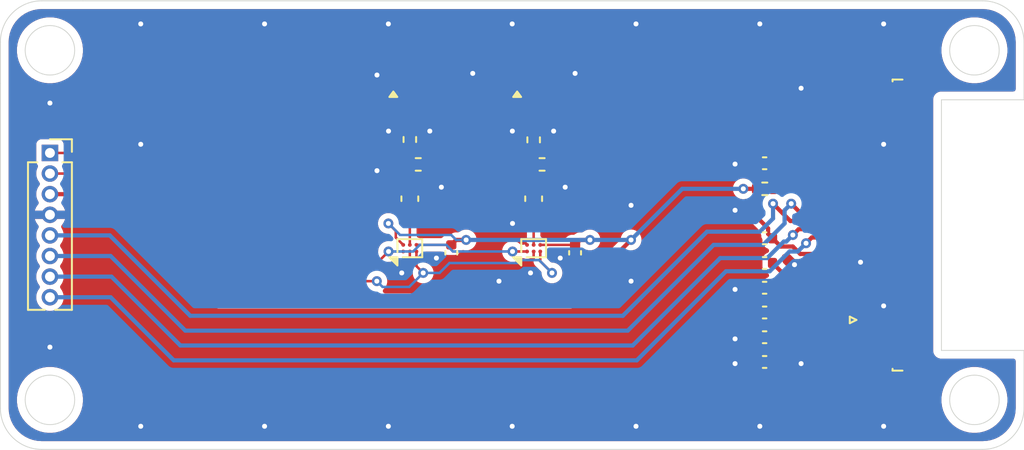
<source format=kicad_pcb>
(kicad_pcb (version 20241229) (generator "pcbnew") (generator_version "9.0")
  (layers (0 "F.Cu" signal) (2 "B.Cu" signal) (13 "F.Paste" user) (15 "B.Paste" user) (5 "F.SilkS" user "F.Silkscreen") (7 "B.SilkS" user "B.Silkscreen") (1 "F.Mask" user) (3 "B.Mask" user) (25 "Edge.Cuts" user))
  (net 0 "")
  (net 1 "GND")
  (net 2 "Net-(J1-Pin_1)")
  (net 3 "Net-(J1-Pin_3)")
  (net 4 "Net-(J1-Pin_4)")
  (net 5 "Net-(J1-Pin_5)")
  (net 6 "Net-(J1-Pin_20)")
  (net 7 "Net-(J1-Pin_7)")
  (net 8 "+3V3")
  (net 9 "/AFE/LCD_CLK")
  (net 10 "/AFE/LCD_CS")
  (net 16 "/AFE/LCD_DAT")
  (net 18 "/AFE/LCD_RES")
  (net 22 "/AFE/LCD_DC")
  (net 24 "/AFE/AUD_CLK")
  (net 25 "/AFE/AUD_DAT")
  (net 26 "Net-(J3-In)")
  (net 27 "Net-(J4-In)")
  (net 28 "Net-(U3-AIN)")
  (net 29 "Net-(U4-AIN)")
  (net 30 "Net-(C10-Pad1)")
  (net 31 "Net-(C11-Pad1)")
  (footprint "Resistor_SMD:R_0402_1005Metric" (layer "F.Cu") (at 95.9 53.5 180)
    (property "Reference" "R1" (hide yes))
    (property "Value" "10kΩ" (hide yes))
    (fp_line (start -0.153641 0.38) (end 0.153641 0.38) (stroke (width 0.12)) (layer "F.SilkS"))
    (fp_line (start -0.153641 -0.38) (end 0.153641 -0.38) (stroke (width 0.12)) (layer "F.SilkS"))
    (pad "1" smd roundrect (at -0.51 0 180) (size 0.54 0.64) (layers "F.Cu" "F.Mask" "F.Paste") (net 18 "/AFE/LCD_RES"))
    (pad "2" smd roundrect (at 0.51 0 180) (size 0.54 0.64) (layers "F.Cu" "F.Mask" "F.Paste") (net 8 "+3V3"))
  )
  (footprint "Capacitor_SMD:C_0402_1005Metric" (layer "F.Cu") (at 95.89 59.5 180)
    (property "Reference" "C4" (hide yes))
    (property "Value" "1uF" (hide yes))
    (fp_line (start -0.107836 0.36) (end 0.107836 0.36) (stroke (width 0.12)) (layer "F.SilkS"))
    (fp_line (start -0.107836 -0.36) (end 0.107836 -0.36) (stroke (width 0.12)) (layer "F.SilkS"))
    (pad "1" smd roundrect (at -0.48 0 180) (size 0.56 0.62) (layers "F.Cu" "F.Mask" "F.Paste") (net 5 "Net-(J1-Pin_5)"))
    (pad "2" smd roundrect (at 0.48 0 180) (size 0.56 0.62) (layers "F.Cu" "F.Mask" "F.Paste") (net 1 "GND"))
  )
  (footprint "Resistor_SMD:R_0402_1005Metric" (layer "F.Cu") (at 74.4 50.51 -90)
    (property "Reference" "R6" (hide yes))
    (property "Value" "100Ω" (hide yes))
    (fp_line (start -0.153641 0.38) (end 0.153641 0.38) (stroke (width 0.12)) (layer "F.SilkS"))
    (fp_line (start -0.153641 -0.38) (end 0.153641 -0.38) (stroke (width 0.12)) (layer "F.SilkS"))
    (pad "1" smd roundrect (at -0.51 0 270) (size 0.54 0.64) (layers "F.Cu" "F.Mask" "F.Paste") (net 26 "Net-(J3-In)"))
    (pad "2" smd roundrect (at 0.51 0 270) (size 0.54 0.64) (layers "F.Cu" "F.Mask" "F.Paste") (net 30 "Net-(C10-Pad1)"))
  )
  (footprint "Capacitor_SMD:C_0402_1005Metric" (layer "F.Cu") (at 95.89 61 180)
    (property "Reference" "C3" (hide yes))
    (property "Value" "1uF" (hide yes))
    (fp_line (start -0.107836 0.36) (end 0.107836 0.36) (stroke (width 0.12)) (layer "F.SilkS"))
    (fp_line (start -0.107836 -0.36) (end 0.107836 -0.36) (stroke (width 0.12)) (layer "F.SilkS"))
    (pad "1" smd roundrect (at -0.48 0 180) (size 0.56 0.62) (layers "F.Cu" "F.Mask" "F.Paste") (net 4 "Net-(J1-Pin_4)"))
    (pad "2" smd roundrect (at 0.48 0 180) (size 0.56 0.62) (layers "F.Cu" "F.Mask" "F.Paste") (net 1 "GND"))
  )
  (footprint "Capacitor_SMD:C_0402_1005Metric" (layer "F.Cu") (at 84.41 57.38 90)
    (property "Reference" "C9" (hide yes))
    (property "Value" "1uF" (hide yes))
    (fp_line (start -0.107836 -0.36) (end 0.107836 -0.36) (stroke (width 0.12)) (layer "F.SilkS"))
    (fp_line (start -0.107836 0.36) (end 0.107836 0.36) (stroke (width 0.12)) (layer "F.SilkS"))
    (pad "1" smd roundrect (at -0.48 0 90) (size 0.56 0.62) (layers "F.Cu" "F.Mask" "F.Paste") (net 1 "GND"))
    (pad "2" smd roundrect (at 0.48 0 90) (size 0.56 0.62) (layers "F.Cu" "F.Mask" "F.Paste") (net 8 "+3V3"))
  )
  (footprint "Resistor_SMD:R_0402_1005Metric" (layer "F.Cu") (at 82.41 52.02)
    (property "Reference" "RV2" (hide yes))
    (property "Value" "Varistor" (hide yes))
    (fp_line (start -0.153641 -0.38) (end 0.153641 -0.38) (stroke (width 0.12)) (layer "F.SilkS"))
    (fp_line (start -0.153641 0.38) (end 0.153641 0.38) (stroke (width 0.12)) (layer "F.SilkS"))
    (pad "1" smd roundrect (at -0.51 0) (size 0.54 0.64) (layers "F.Cu" "F.Mask" "F.Paste") (net 31 "Net-(C11-Pad1)"))
    (pad "2" smd roundrect (at 0.51 0) (size 0.54 0.64) (layers "F.Cu" "F.Mask" "F.Paste") (net 1 "GND"))
  )
  (footprint "Capacitor_SMD:C_0603_1608Metric" (layer "F.Cu") (at 74.4 54.1 -90)
    (property "Reference" "C10" (hide yes))
    (property "Value" "2.2nF" (hide yes))
    (fp_line (start -0.14058 0.51) (end 0.14058 0.51) (stroke (width 0.12)) (layer "F.SilkS"))
    (fp_line (start -0.14058 -0.51) (end 0.14058 -0.51) (stroke (width 0.12)) (layer "F.SilkS"))
    (pad "1" smd roundrect (at -0.775 0 270) (size 0.9 0.95) (layers "F.Cu" "F.Mask" "F.Paste") (net 30 "Net-(C10-Pad1)"))
    (pad "2" smd roundrect (at 0.775 0 270) (size 0.9 0.95) (layers "F.Cu" "F.Mask" "F.Paste") (net 28 "Net-(U3-AIN)"))
  )
  (footprint "Package_BGA:Texas_DSBGA-6_0.855x1.255mm_Layout2x3_P0.4mm_LevelC" (layer "F.Cu") (at 74.4 57.1 90)
    (property "Reference" "U3" (hide yes))
    (property "Value" "FAN3852" (hide yes))
    (fp_line (start 0.55 -0.75) (end -0.23 -0.75) (stroke (width 0.12)) (layer "F.SilkS"))
    (fp_line (start 0.55 -0.75) (end 0.55 0.75) (stroke (width 0.12)) (layer "F.SilkS"))
    (fp_line (start 0.55 0.75) (end -0.55 0.75) (stroke (width 0.12)) (layer "F.SilkS"))
    (fp_line (start -0.55 0.75) (end -0.55 -0.43) (stroke (width 0.12)) (layer "F.SilkS"))
    (fp_poly (pts (xy -0.55 -0.75) (xy -1.05 -0.75) (xy -0.55 -1.25) (xy -0.55 -0.75)) (stroke (width 0.12)) (fill yes) (layer "F.SilkS"))
    (pad "A1" smd circle (at -0.2 -0.4 90) (size 0.23 0.23) (property pad_prop_bga) (layers "F.Cu" "F.Mask") (net 24 "/AFE/AUD_CLK"))
    (pad "A2" smd circle (at 0.2 -0.4 90) (size 0.23 0.23) (property pad_prop_bga) (layers "F.Cu" "F.Mask") (net 8 "+3V3"))
    (pad "B1" smd circle (at -0.2 0 90) (size 0.23 0.23) (property pad_prop_bga) (layers "F.Cu" "F.Mask") (net 1 "GND"))
    (pad "B2" smd circle (at 0.2 0 90) (size 0.23 0.23) (property pad_prop_bga) (layers "F.Cu" "F.Mask") (net 28 "Net-(U3-AIN)"))
    (pad "C1" smd circle (at -0.2 0.4 90) (size 0.23 0.23) (property pad_prop_bga) (layers "F.Cu" "F.Mask") (net 25 "/AFE/AUD_DAT"))
    (pad "C2" smd circle (at 0.2 0.4 90) (size 0.23 0.23) (property pad_prop_bga) (layers "F.Cu" "F.Mask") (net 8 "+3V3"))
  )
  (footprint "Capacitor_SMD:C_0402_1005Metric" (layer "F.Cu") (at 95.89 62.5 180)
    (property "Reference" "C2" (hide yes))
    (property "Value" "1uF" (hide yes))
    (fp_line (start -0.107836 0.36) (end 0.107836 0.36) (stroke (width 0.12)) (layer "F.SilkS"))
    (fp_line (start -0.107836 -0.36) (end 0.107836 -0.36) (stroke (width 0.12)) (layer "F.SilkS"))
    (pad "1" smd roundrect (at -0.48 0 180) (size 0.56 0.62) (layers "F.Cu" "F.Mask" "F.Paste") (net 3 "Net-(J1-Pin_3)"))
    (pad "2" smd roundrect (at 0.48 0 180) (size 0.56 0.62) (layers "F.Cu" "F.Mask" "F.Paste") (net 1 "GND"))
  )
  (footprint "User:IPEX_20449-001E-03" (layer "F.Cu") (at 81.9 46.4)
    (property "Reference" "J4" (hide yes))
    (property "Value" "Conn_Coaxial" (hide yes))
    (fp_poly (pts (xy -1 1.2) (xy -0.76 1.53) (xy -1.24 1.53) (xy -1 1.2)) (stroke (width 0.12)) (fill yes) (layer "F.SilkS"))
    (pad "1" smd rect (at 0 0.975) (size 0.6 0.55) (layers "F.Cu" "F.Mask" "F.Paste") (net 27 "Net-(J4-In)"))
    (pad "2" smd custom (at -1 0) (size 0.5 1.58) (layers "F.Cu" "F.Mask" "F.Paste") (net 1 "GND") (options (clearance outline) (anchor rect)) (primitives (gr_poly (pts (xy 0.25 -0.79) (xy 0.33 -0.79) (xy 0.33 -0.27) (xy 0.25 -0.19) (xy 0.25 0.19) (xy 0.33 0.27) (xy 0.33 0.79) (xy 0.25 0.79)) (width 0.001) (fill yes))))
    (pad "2" smd rect (at 0 -1) (size 0.5 0.5) (layers "F.Cu" "F.Mask" "F.Paste") (net 1 "GND"))
    (pad "2" smd custom (at 1 0) (size 0.5 1.58) (layers "F.Cu" "F.Mask" "F.Paste") (net 1 "GND") (options (clearance outline) (anchor rect)) (primitives (gr_poly (pts (xy -0.25 0.79) (xy -0.33 0.79) (xy -0.33 0.27) (xy -0.25 0.19) (xy -0.25 -0.19) (xy -0.33 -0.27) (xy -0.33 -0.79) (xy -0.25 -0.79)) (width 0.001) (fill yes))))
    (zone (net 0) (net_name "") (layer "F.Cu") (connect_pads (clearance 0)) (min_thickness 0.001)
      (keepout (tracks not_allowed) (vias not_allowed) (pads not_allowed) (copperpour not_allowed) (footprints allowed))
      (fill (thermal_gap 0.508) (thermal_bridge_width 0.508))
      (polygon (pts (xy 81.23 46.67) (xy 81.15 46.59) (xy 81.15 46.21) (xy 81.23 46.13) (xy 81.23 45.61) (xy 81.65 45.61) (xy 81.65 45.65) (xy 82.15 45.65) (xy 82.15 45.61) (xy 82.57 45.61) (xy 82.57 46.13) (xy 82.65 46.21) (xy 82.65 46.59) (xy 82.57 46.67) (xy 82.57 47.19) (xy 82.2 47.19) (xy 82.2 47.1) (xy 81.6 47.1) (xy 81.6 47.19) (xy 81.23 47.19)))
    )
  )
  (footprint "Capacitor_SMD:C_0402_1005Metric" (layer "F.Cu") (at 95.89 58 180)
    (property "Reference" "C6" (hide yes))
    (property "Value" "1uF" (hide yes))
    (fp_line (start -0.107836 0.36) (end 0.107836 0.36) (stroke (width 0.12)) (layer "F.SilkS"))
    (fp_line (start -0.107836 -0.36) (end 0.107836 -0.36) (stroke (width 0.12)) (layer "F.SilkS"))
    (pad "1" smd roundrect (at -0.48 0 180) (size 0.56 0.62) (layers "F.Cu" "F.Mask" "F.Paste") (net 7 "Net-(J1-Pin_7)"))
    (pad "2" smd roundrect (at 0.48 0 180) (size 0.56 0.62) (layers "F.Cu" "F.Mask" "F.Paste") (net 1 "GND"))
  )
  (footprint "Capacitor_SMD:C_0402_1005Metric" (layer "F.Cu") (at 76.91 57.38 90)
    (property "Reference" "C8" (hide yes))
    (property "Value" "1uF" (hide yes))
    (fp_line (start -0.107836 -0.36) (end 0.107836 -0.36) (stroke (width 0.12)) (layer "F.SilkS"))
    (fp_line (start -0.107836 0.36) (end 0.107836 0.36) (stroke (width 0.12)) (layer "F.SilkS"))
    (pad "1" smd roundrect (at -0.48 0 90) (size 0.56 0.62) (layers "F.Cu" "F.Mask" "F.Paste") (net 1 "GND"))
    (pad "2" smd roundrect (at 0.48 0 90) (size 0.56 0.62) (layers "F.Cu" "F.Mask" "F.Paste") (net 8 "+3V3"))
  )
  (footprint "Capacitor_SMD:C_0402_1005Metric" (layer "F.Cu") (at 95.89 56.5)
    (property "Reference" "C7" (hide yes))
    (property "Value" "1uF" (hide yes))
    (fp_line (start -0.107836 -0.36) (end 0.107836 -0.36) (stroke (width 0.12)) (layer "F.SilkS"))
    (fp_line (start -0.107836 0.36) (end 0.107836 0.36) (stroke (width 0.12)) (layer "F.SilkS"))
    (pad "1" smd roundrect (at -0.48 0) (size 0.56 0.62) (layers "F.Cu" "F.Mask" "F.Paste") (net 1 "GND"))
    (pad "2" smd roundrect (at 0.48 0) (size 0.56 0.62) (layers "F.Cu" "F.Mask" "F.Paste") (net 8 "+3V3"))
  )
  (footprint "Capacitor_SMD:C_0603_1608Metric" (layer "F.Cu") (at 81.9 54.1 -90)
    (property "Reference" "C11" (hide yes))
    (property "Value" "2.2nF" (hide yes))
    (fp_line (start -0.14058 0.51) (end 0.14058 0.51) (stroke (width 0.12)) (layer "F.SilkS"))
    (fp_line (start -0.14058 -0.51) (end 0.14058 -0.51) (stroke (width 0.12)) (layer "F.SilkS"))
    (pad "1" smd roundrect (at -0.775 0 270) (size 0.9 0.95) (layers "F.Cu" "F.Mask" "F.Paste") (net 31 "Net-(C11-Pad1)"))
    (pad "2" smd roundrect (at 0.775 0 270) (size 0.9 0.95) (layers "F.Cu" "F.Mask" "F.Paste") (net 29 "Net-(U4-AIN)"))
  )
  (footprint "User:TE_2-1734839-4_1x24-1MP_P0.5mm_Horizontal" (layer "F.Cu") (at 101.6 55.7 90)
    (property "Reference" "J1" (hide yes))
    (property "Value" "Conn_01x24_Pin" (hide yes))
    (fp_line (start -5.55 -0.55) (end -5.95 -0.55) (stroke (width 0.12)) (layer "F.SilkS"))
    (fp_line (start -5.95 -0.55) (end -5.75 -0.15) (stroke (width 0.12)) (layer "F.SilkS"))
    (fp_line (start -5.75 -0.15) (end -5.55 -0.55) (stroke (width 0.12)) (layer "F.SilkS"))
    (fp_line (start 8.825 2.04) (end 8.825 2.64) (stroke (width 0.12)) (layer "F.SilkS"))
    (fp_line (start 8.715 2.04) (end 8.825 2.04) (stroke (width 0.12)) (layer "F.SilkS"))
    (fp_line (start -8.715 2.04) (end -8.825 2.04) (stroke (width 0.12)) (layer "F.SilkS"))
    (fp_line (start -8.825 2.04) (end -8.825 2.64) (stroke (width 0.12)) (layer "F.SilkS"))
    (pad "1" smd rect (at -5.75 -1.6 90) (size 0.3 1.6) (layers "F.Cu" "F.Mask" "F.Paste") (net 2 "Net-(J1-Pin_1)"))
    (pad "2" smd rect (at -5.25 -1.6 90) (size 0.3 1.6) (layers "F.Cu" "F.Mask" "F.Paste"))
    (pad "3" smd rect (at -4.75 -1.6 90) (size 0.3 1.6) (layers "F.Cu" "F.Mask" "F.Paste") (net 3 "Net-(J1-Pin_3)"))
    (pad "4" smd rect (at -4.25 -1.6 90) (size 0.3 1.6) (layers "F.Cu" "F.Mask" "F.Paste") (net 4 "Net-(J1-Pin_4)"))
    (pad "5" smd rect (at -3.75 -1.6 90) (size 0.3 1.6) (layers "F.Cu" "F.Mask" "F.Paste") (net 5 "Net-(J1-Pin_5)"))
    (pad "6" smd rect (at -3.25 -1.6 90) (size 0.3 1.6) (layers "F.Cu" "F.Mask" "F.Paste"))
    (pad "7" smd rect (at -2.75 -1.6 90) (size 0.3 1.6) (layers "F.Cu" "F.Mask" "F.Paste") (net 7 "Net-(J1-Pin_7)"))
    (pad "8" smd rect (at -2.25 -1.6 90) (size 0.3 1.6) (layers "F.Cu" "F.Mask" "F.Paste") (net 1 "GND"))
    (pad "9" smd rect (at -1.75 -1.6 90) (size 0.3 1.6) (layers "F.Cu" "F.Mask" "F.Paste") (net 8 "+3V3"))
    (pad "10" smd rect (at -1.25 -1.6 90) (size 0.3 1.6) (layers "F.Cu" "F.Mask" "F.Paste") (net 8 "+3V3"))
    (pad "11" smd rect (at -0.75 -1.6 90) (size 0.3 1.6) (layers "F.Cu" "F.Mask" "F.Paste") (net 16 "/AFE/LCD_DAT"))
    (pad "12" smd rect (at -0.25 -1.6 90) (size 0.3 1.6) (layers "F.Cu" "F.Mask" "F.Paste") (net 9 "/AFE/LCD_CLK"))
    (pad "13" smd rect (at 0.25 -1.6 90) (size 0.3 1.6) (layers "F.Cu" "F.Mask" "F.Paste") (net 10 "/AFE/LCD_CS"))
    (pad "14" smd rect (at 0.75 -1.6 90) (size 0.3 1.6) (layers "F.Cu" "F.Mask" "F.Paste") (net 22 "/AFE/LCD_DC"))
    (pad "15" smd rect (at 1.25 -1.6 90) (size 0.3 1.6) (layers "F.Cu" "F.Mask" "F.Paste") (net 18 "/AFE/LCD_RES"))
    (pad "16" smd rect (at 1.75 -1.6 90) (size 0.3 1.6) (layers "F.Cu" "F.Mask" "F.Paste"))
    (pad "17" smd rect (at 2.25 -1.6 90) (size 0.3 1.6) (layers "F.Cu" "F.Mask" "F.Paste"))
    (pad "18" smd rect (at 2.75 -1.6 90) (size 0.3 1.6) (layers "F.Cu" "F.Mask" "F.Paste"))
    (pad "19" smd rect (at 3.25 -1.6 90) (size 0.3 1.6) (layers "F.Cu" "F.Mask" "F.Paste"))
    (pad "20" smd rect (at 3.75 -1.6 90) (size 0.3 1.6) (layers "F.Cu" "F.Mask" "F.Paste") (net 6 "Net-(J1-Pin_20)"))
    (pad "21" smd rect (at 4.25 -1.6 90) (size 0.3 1.6) (layers "F.Cu" "F.Mask" "F.Paste"))
    (pad "22" smd rect (at 4.75 -1.6 90) (size 0.3 1.6) (layers "F.Cu" "F.Mask" "F.Paste"))
    (pad "23" smd rect (at 5.25 -1.6 90) (size 0.3 1.6) (layers "F.Cu" "F.Mask" "F.Paste"))
    (pad "24" smd rect (at 5.75 -1.6 90) (size 0.3 1.6) (layers "F.Cu" "F.Mask" "F.Paste"))
    (pad "MP" smd rect (at -7.42 0.35 90) (size 2.3 3.1) (layers "F.Cu" "F.Mask" "F.Paste") (net 1 "GND"))
    (pad "MP" smd rect (at 7.42 0.35 90) (size 2.3 3.1) (layers "F.Cu" "F.Mask" "F.Paste") (net 1 "GND"))
  )
  (footprint "Resistor_SMD:R_0402_1005Metric" (layer "F.Cu") (at 74.91 52.02)
    (property "Reference" "RV1" (hide yes))
    (property "Value" "Varistor" (hide yes))
    (fp_line (start -0.153641 -0.38) (end 0.153641 -0.38) (stroke (width 0.12)) (layer "F.SilkS"))
    (fp_line (start -0.153641 0.38) (end 0.153641 0.38) (stroke (width 0.12)) (layer "F.SilkS"))
    (pad "1" smd roundrect (at -0.51 0) (size 0.54 0.64) (layers "F.Cu" "F.Mask" "F.Paste") (net 30 "Net-(C10-Pad1)"))
    (pad "2" smd roundrect (at 0.51 0) (size 0.54 0.64) (layers "F.Cu" "F.Mask" "F.Paste") (net 1 "GND"))
  )
  (footprint "Capacitor_SMD:C_0402_1005Metric" (layer "F.Cu") (at 95.89 64 180)
    (property "Reference" "C1" (hide yes))
    (property "Value" "1uF" (hide yes))
    (fp_line (start -0.107836 0.36) (end 0.107836 0.36) (stroke (width 0.12)) (layer "F.SilkS"))
    (fp_line (start -0.107836 -0.36) (end 0.107836 -0.36) (stroke (width 0.12)) (layer "F.SilkS"))
    (pad "1" smd roundrect (at -0.48 0 180) (size 0.56 0.62) (layers "F.Cu" "F.Mask" "F.Paste") (net 2 "Net-(J1-Pin_1)"))
    (pad "2" smd roundrect (at 0.48 0 180) (size 0.56 0.62) (layers "F.Cu" "F.Mask" "F.Paste") (net 1 "GND"))
  )
  (footprint "Capacitor_SMD:C_0402_1005Metric" (layer "F.Cu") (at 95.89 51.95 180)
    (property "Reference" "C5" (hide yes))
    (property "Value" "1uF" (hide yes))
    (fp_line (start -0.107836 0.36) (end 0.107836 0.36) (stroke (width 0.12)) (layer "F.SilkS"))
    (fp_line (start -0.107836 -0.36) (end 0.107836 -0.36) (stroke (width 0.12)) (layer "F.SilkS"))
    (pad "1" smd roundrect (at -0.48 0 180) (size 0.56 0.62) (layers "F.Cu" "F.Mask" "F.Paste") (net 6 "Net-(J1-Pin_20)"))
    (pad "2" smd roundrect (at 0.48 0 180) (size 0.56 0.62) (layers "F.Cu" "F.Mask" "F.Paste") (net 1 "GND"))
  )
  (footprint "Connector_PinSocket_1.27mm:PinSocket_1x08_P1.27mm_Vertical" (layer "F.Cu") (at 52.6 51.325)
    (property "Reference" "J2" (hide yes))
    (property "Value" "Conn_01x08_Pin" (hide yes))
    (fp_line (start -1.33 0.565) (end -1.33 9.515) (stroke (width 0.12)) (layer "F.SilkS"))
    (fp_line (start -1.33 0.565) (end -0.76 0.565) (stroke (width 0.12)) (layer "F.SilkS"))
    (fp_line (start -1.33 9.515) (end -0.30753 9.515) (stroke (width 0.12)) (layer "F.SilkS"))
    (fp_line (start 0 -0.83) (end 1.33 -0.83) (stroke (width 0.12)) (layer "F.SilkS"))
    (fp_line (start 0.30753 9.515) (end 1.33 9.515) (stroke (width 0.12)) (layer "F.SilkS"))
    (fp_line (start 0.76 0.565) (end 1.33 0.565) (stroke (width 0.12)) (layer "F.SilkS"))
    (fp_line (start 1.33 -0.83) (end 1.33 -0.07) (stroke (width 0.12)) (layer "F.SilkS"))
    (fp_line (start 1.33 0.565) (end 1.33 9.515) (stroke (width 0.12)) (layer "F.SilkS"))
    (pad "1" thru_hole rect (at 0 0) (size 1 1) (drill 0.6) (layers "*.Cu" "*.Mask") (net 24 "/AFE/AUD_CLK"))
    (pad "2" thru_hole circle (at 0 1.25) (size 1 1) (drill 0.6) (layers "*.Cu" "*.Mask") (net 25 "/AFE/AUD_DAT"))
    (pad "3" thru_hole circle (at 0 2.5) (size 1 1) (drill 0.6) (layers "*.Cu" "*.Mask") (net 8 "+3V3"))
    (pad "4" thru_hole circle (at 0 3.75) (size 1 1) (drill 0.6) (layers "*.Cu" "*.Mask") (net 1 "GND"))
    (pad "5" thru_hole circle (at 0 5) (size 1 1) (drill 0.6) (layers "*.Cu" "*.Mask") (net 10 "/AFE/LCD_CS"))
    (pad "6" thru_hole circle (at 0 6.25) (size 1 1) (drill 0.6) (layers "*.Cu" "*.Mask") (net 22 "/AFE/LCD_DC"))
    (pad "7" thru_hole circle (at 0 7.5) (size 1 1) (drill 0.6) (layers "*.Cu" "*.Mask") (net 9 "/AFE/LCD_CLK"))
    (pad "8" thru_hole circle (at 0 8.75) (size 1 1) (drill 0.6) (layers "*.Cu" "*.Mask") (net 16 "/AFE/LCD_DAT"))
  )
  (footprint "User:IPEX_20449-001E-03" (layer "F.Cu") (at 74.4 46.4)
    (property "Reference" "J3" (hide yes))
    (property "Value" "Conn_Coaxial" (hide yes))
    (fp_poly (pts (xy -1 1.2) (xy -0.76 1.53) (xy -1.24 1.53) (xy -1 1.2)) (stroke (width 0.12)) (fill yes) (layer "F.SilkS"))
    (pad "1" smd rect (at 0 0.975) (size 0.6 0.55) (layers "F.Cu" "F.Mask" "F.Paste") (net 26 "Net-(J3-In)"))
    (pad "2" smd custom (at -1 0) (size 0.5 1.58) (layers "F.Cu" "F.Mask" "F.Paste") (net 1 "GND") (options (clearance outline) (anchor rect)) (primitives (gr_poly (pts (xy 0.25 -0.79) (xy 0.33 -0.79) (xy 0.33 -0.27) (xy 0.25 -0.19) (xy 0.25 0.19) (xy 0.33 0.27) (xy 0.33 0.79) (xy 0.25 0.79)) (width 0.001) (fill yes))))
    (pad "2" smd rect (at 0 -1) (size 0.5 0.5) (layers "F.Cu" "F.Mask" "F.Paste") (net 1 "GND"))
    (pad "2" smd custom (at 1 0) (size 0.5 1.58) (layers "F.Cu" "F.Mask" "F.Paste") (net 1 "GND") (options (clearance outline) (anchor rect)) (primitives (gr_poly (pts (xy -0.25 0.79) (xy -0.33 0.79) (xy -0.33 0.27) (xy -0.25 0.19) (xy -0.25 -0.19) (xy -0.33 -0.27) (xy -0.33 -0.79) (xy -0.25 -0.79)) (width 0.001) (fill yes))))
    (zone (net 0) (net_name "") (layer "F.Cu") (connect_pads (clearance 0)) (min_thickness 0.001)
      (keepout (tracks not_allowed) (vias not_allowed) (pads not_allowed) (copperpour not_allowed) (footprints allowed))
      (fill (thermal_gap 0.508) (thermal_bridge_width 0.508))
      (polygon (pts (xy 73.73 46.67) (xy 73.65 46.59) (xy 73.65 46.21) (xy 73.73 46.13) (xy 73.73 45.61) (xy 74.15 45.61) (xy 74.15 45.65) (xy 74.65 45.65) (xy 74.65 45.61) (xy 75.07 45.61) (xy 75.07 46.13) (xy 75.15 46.21) (xy 75.15 46.59) (xy 75.07 46.67) (xy 75.07 47.19) (xy 74.7 47.19) (xy 74.7 47.1) (xy 74.1 47.1) (xy 74.1 47.19) (xy 73.73 47.19)))
    )
  )
  (footprint "Resistor_SMD:R_0402_1005Metric" (layer "F.Cu") (at 81.9 50.53 -90)
    (property "Reference" "R7" (hide yes))
    (property "Value" "100Ω" (hide yes))
    (fp_line (start -0.153641 0.38) (end 0.153641 0.38) (stroke (width 0.12)) (layer "F.SilkS"))
    (fp_line (start -0.153641 -0.38) (end 0.153641 -0.38) (stroke (width 0.12)) (layer "F.SilkS"))
    (pad "1" smd roundrect (at -0.51 0 270) (size 0.54 0.64) (layers "F.Cu" "F.Mask" "F.Paste") (net 27 "Net-(J4-In)"))
    (pad "2" smd roundrect (at 0.51 0 270) (size 0.54 0.64) (layers "F.Cu" "F.Mask" "F.Paste") (net 31 "Net-(C11-Pad1)"))
  )
  (footprint "Package_BGA:Texas_DSBGA-6_0.855x1.255mm_Layout2x3_P0.4mm_LevelC" (layer "F.Cu") (at 81.9 57.1 90)
    (property "Reference" "U4" (hide yes))
    (property "Value" "FAN3852" (hide yes))
    (fp_line (start 0.55 -0.75) (end -0.23 -0.75) (stroke (width 0.12)) (layer "F.SilkS"))
    (fp_line (start 0.55 -0.75) (end 0.55 0.75) (stroke (width 0.12)) (layer "F.SilkS"))
    (fp_line (start 0.55 0.75) (end -0.55 0.75) (stroke (width 0.12)) (layer "F.SilkS"))
    (fp_line (start -0.55 0.75) (end -0.55 -0.43) (stroke (width 0.12)) (layer "F.SilkS"))
    (fp_poly (pts (xy -0.55 -0.75) (xy -1.05 -0.75) (xy -0.55 -1.25) (xy -0.55 -0.75)) (stroke (width 0.12)) (fill yes) (layer "F.SilkS"))
    (pad "A1" smd circle (at -0.2 -0.4 90) (size 0.23 0.23) (property pad_prop_bga) (layers "F.Cu" "F.Mask") (net 24 "/AFE/AUD_CLK"))
    (pad "A2" smd circle (at 0.2 -0.4 90) (size 0.23 0.23) (property pad_prop_bga) (layers "F.Cu" "F.Mask") (net 1 "GND"))
    (pad "B1" smd circle (at -0.2 0 90) (size 0.23 0.23) (property pad_prop_bga) (layers "F.Cu" "F.Mask") (net 1 "GND"))
    (pad "B2" smd circle (at 0.2 0 90) (size 0.23 0.23) (property pad_prop_bga) (layers "F.Cu" "F.Mask") (net 29 "Net-(U4-AIN)"))
    (pad "C1" smd circle (at -0.2 0.4 90) (size 0.23 0.23) (property pad_prop_bga) (layers "F.Cu" "F.Mask") (net 25 "/AFE/AUD_DAT"))
    (pad "C2" smd circle (at 0.2 0.4 90) (size 0.23 0.23) (property pad_prop_bga) (layers "F.Cu" "F.Mask") (net 8 "+3V3"))
  )
  (gr_line (start 54.6 42.1) (end 52.1 42.1) (stroke (width 0.05)) (layer "Edge.Cuts"))
  (gr_arc (start 109.1 42.1) (mid 110.867767 42.832233) (end 111.6 44.6) (stroke (width 0.05)) (layer "Edge.Cuts"))
  (gr_arc (start 111.6 66.8) (mid 110.867767 68.567767) (end 109.1 69.3) (stroke (width 0.05)) (layer "Edge.Cuts"))
  (gr_arc (start 49.6 44.6) (mid 50.332233 42.832233) (end 52.1 42.1) (stroke (width 0.05)) (layer "Edge.Cuts"))
  (gr_circle (center 52.6 66.3) (end 52.6 67.8) (stroke (width 0.05)) (fill no) (layer "Edge.Cuts"))
  (gr_line (start 106.6 48.1) (end 111.6 48.1) (stroke (width 0.05)) (layer "Edge.Cuts"))
  (gr_line (start 49.6 66.8) (end 49.6 47.1) (stroke (width 0.05)) (layer "Edge.Cuts"))
  (gr_circle (center 108.6 66.3) (end 110.1 66.3) (stroke (width 0.05)) (fill no) (layer "Edge.Cuts"))
  (gr_line (start 49.6 44.6) (end 49.6 47.1) (stroke (width 0.05)) (layer "Edge.Cuts"))
  (gr_circle (center 108.6 45.1) (end 108.6 46.6) (stroke (width 0.05)) (fill no) (layer "Edge.Cuts"))
  (gr_line (start 106.6 63.3) (end 106.6 48.1) (stroke (width 0.05)) (layer "Edge.Cuts"))
  (gr_line (start 106.6 63.3) (end 111.6 63.3) (stroke (width 0.05)) (layer "Edge.Cuts"))
  (gr_line (start 54.6 42.1) (end 109.1 42.1) (stroke (width 0.05)) (layer "Edge.Cuts"))
  (gr_arc (start 52.1 69.3) (mid 50.332233 68.567767) (end 49.6 66.8) (stroke (width 0.05)) (layer "Edge.Cuts"))
  (gr_line (start 111.6 48.1) (end 111.6 44.6) (stroke (width 0.05)) (layer "Edge.Cuts"))
  (gr_line (start 52.1 69.3) (end 109.1 69.3) (stroke (width 0.05)) (layer "Edge.Cuts"))
  (gr_line (start 111.6 66.8) (end 111.6 63.3) (stroke (width 0.05)) (layer "Edge.Cuts"))
  (gr_circle (center 52.6 45.1) (end 52.6 46.6) (stroke (width 0.05)) (fill no) (layer "Edge.Cuts"))
  (segment (start 81.71 58.6) (end 81.71 57.9) (width 0.1524) (layer "F.Cu") (net 1))
  (segment (start 81.71 57.9) (end 81.9 57.71) (width 0.1524) (layer "F.Cu") (net 1))
  (segment (start 80.62 55.6) (end 81.055 56.035) (width 0.1524) (layer "F.Cu") (net 1))
  (segment (start 73.91 58.2) (end 73.91 58.6) (width 0.1524) (layer "F.Cu") (net 1))
  (segment (start 81.055 56.035) (end 81.055 56.455) (width 0.1524) (layer "F.Cu") (net 1))
  (segment (start 98.25 58.1) (end 98.4 57.95) (width 0.254) (layer "F.Cu") (net 1))
  (segment (start 97.7 58.1) (end 98.25 58.1) (width 0.254) (layer "F.Cu") (net 1))
  (segment (start 100 57.95) (end 98.4 57.95) (width 0.254) (layer "F.Cu") (net 1))
  (segment (start 81.5 56.9) (end 81.055 56.455) (width 0.1524) (layer "F.Cu") (net 1))
  (segment (start 74.4 57.3) (end 74.4 57.71) (width 0.1524) (layer "F.Cu") (net 1))
  (segment (start 81.9 57.71) (end 81.9 57.3) (width 0.1524) (layer "F.Cu") (net 1))
  (segment (start 100 57.95) (end 101.75 57.95) (width 0.254) (layer "F.Cu") (net 1))
  (segment (start 74.4 57.71) (end 73.91 58.2) (width 0.1524) (layer "F.Cu") (net 1))
  (via (at 97.7 58.1) (size 0.6) (drill 0.3) (layers "F.Cu" "B.Cu") (net 1))
  (via (at 80.6 43.5) (size 0.6) (drill 0.3) (layers "F.Cu" "B.Cu") (net 1))
  (via (at 73.1 43.5) (size 0.6) (drill 0.3) (layers "F.Cu" "B.Cu") (net 1))
  (via (at 83.11 50) (size 0.6) (drill 0.3) (layers "F.Cu" "B.Cu") (net 1))
  (via (at 80.6 67.9) (size 0.6) (drill 0.3) (layers "F.Cu" "B.Cu") (net 1))
  (via (at 94.1 62.6) (size 0.6) (drill 0.3) (layers "F.Cu" "B.Cu") (net 1))
  (via (at 98.1 47.4) (size 0.6) (drill 0.3) (layers "F.Cu" "B.Cu") (net 1))
  (via (at 98.1 64.1) (size 0.6) (drill 0.3) (layers "F.Cu" "B.Cu") (net 1))
  (via (at 81.71 58.6) (size 0.6) (drill 0.3) (layers "F.Cu" "B.Cu") (net 1))
  (via (at 95.6 43.5) (size 0.6) (drill 0.3) (layers "F.Cu" "B.Cu") (net 1))
  (via (at 73.11 50) (size 0.6) (drill 0.3) (layers "F.Cu" "B.Cu") (net 1))
  (via (at 73.91 58.6) (size 0.6) (drill 0.3) (layers "F.Cu" "B.Cu") (net 1))
  (via (at 87.8 54.5) (size 0.6) (drill 0.3) (layers "F.Cu" "B.Cu") (net 1))
  (via (at 80.61 50) (size 0.6) (drill 0.3) (layers "F.Cu" "B.Cu") (net 1))
  (via (at 87.8 59.1) (size 0.6) (drill 0.3) (layers "F.Cu" "B.Cu") (net 1))
  (via (at 83.81 53.4) (size 0.6) (drill 0.3) (layers "F.Cu" "B.Cu") (net 1))
  (via (at 103.1 50.8) (size 0.6) (drill 0.3) (layers "F.Cu" "B.Cu") (net 1))
  (via (at 76.01 57.7) (size 0.6) (drill 0.3) (layers "F.Cu" "B.Cu") (net 1))
  (via (at 103.1 43.5) (size 0.6) (drill 0.3) (layers "F.Cu" "B.Cu") (net 1))
  (via (at 58.1 50.8) (size 0.6) (drill 0.3) (layers "F.Cu" "B.Cu") (net 1))
  (via (at 83.51 57.7) (size 0.6) (drill 0.3) (layers "F.Cu" "B.Cu") (net 1))
  (via (at 65.6 67.9) (size 0.6) (drill 0.3) (layers "F.Cu" "B.Cu") (net 1))
  (via (at 72.41 46.6) (size 0.6) (drill 0.3) (layers "F.Cu" "B.Cu") (net 1))
  (via (at 52.6 48.3) (size 0.6) (drill 0.3) (layers "F.Cu" "B.Cu") (net 1))
  (via (at 88.1 43.5) (size 0.6) (drill 0.3) (layers "F.Cu" "B.Cu") (net 1))
  (via (at 88.1 67.9) (size 0.6) (drill 0.3) (layers "F.Cu" "B.Cu") (net 1))
  (via (at 103.1 67.9) (size 0.6) (drill 0.3) (layers "F.Cu" "B.Cu") (net 1))
  (via (at 80.62 55.6) (size 0.6) (drill 0.3) (layers "F.Cu" "B.Cu") (net 1))
  (via (at 101.7 57.95) (size 0.6) (drill 0.3) (layers "F.Cu" "B.Cu") (net 1))
  (via (at 75.61 50) (size 0.6) (drill 0.3) (layers "F.Cu" "B.Cu") (net 1))
  (via (at 84.41 46.5) (size 0.6) (drill 0.3) (layers "F.Cu" "B.Cu") (net 1))
  (via (at 78.21 46.5) (size 0.6) (drill 0.3) (layers "F.Cu" "B.Cu") (net 1))
  (via (at 58.1 43.5) (size 0.6) (drill 0.3) (layers "F.Cu" "B.Cu") (net 1))
  (via (at 94.1 54.8) (size 0.6) (drill 0.3) (layers "F.Cu" "B.Cu") (net 1))
  (via (at 95.6 67.9) (size 0.6) (drill 0.3) (layers "F.Cu" "B.Cu") (net 1))
  (via (at 65.6 43.5) (size 0.6) (drill 0.3) (layers "F.Cu" "B.Cu") (net 1))
  (via (at 72.41 52.4) (size 0.6) (drill 0.3) (layers "F.Cu" "B.Cu") (net 1))
  (via (at 79.8 59.1) (size 0.6) (drill 0.3) (layers "F.Cu" "B.Cu") (net 1))
  (via (at 103.1 60.6) (size 0.6) (drill 0.3) (layers "F.Cu" "B.Cu") (net 1))
  (via (at 52.6 63.1) (size 0.6) (drill 0.3) (layers "F.Cu" "B.Cu") (net 1))
  (via (at 58.1 67.9) (size 0.6) (drill 0.3) (layers "F.Cu" "B.Cu") (net 1))
  (via (at 73.1 67.9) (size 0.6) (drill 0.3) (layers "F.Cu" "B.Cu") (net 1))
  (via (at 76.31 53.4) (size 0.6) (drill 0.3) (layers "F.Cu" "B.Cu") (net 1))
  (via (at 94.1 52) (size 0.6) (drill 0.3) (layers "F.Cu" "B.Cu") (net 1))
  (via (at 94.1 59.6) (size 0.6) (drill 0.3) (layers "F.Cu" "B.Cu") (net 1))
  (via (at 94.1 64.1) (size 0.6) (drill 0.3) (layers "F.Cu" "B.Cu") (net 1))
  (segment (start 97.2 63.7) (end 96.9 64) (width 0.254) (layer "F.Cu") (net 2))
  (segment (start 97.2 62.9) (end 97.2 63.7) (width 0.254) (layer "F.Cu") (net 2))
  (segment (start 99.05 61.45) (end 98.6 61.9) (width 0.254) (layer "F.Cu") (net 2))
  (segment (start 98.2 61.9) (end 97.2 62.9) (width 0.254) (layer "F.Cu") (net 2))
  (segment (start 100 61.45) (end 99.05 61.45) (width 0.254) (layer "F.Cu") (net 2))
  (segment (start 96.9 64) (end 96.37 64) (width 0.254) (layer "F.Cu") (net 2))
  (segment (start 98.6 61.9) (end 98.2 61.9) (width 0.254) (layer "F.Cu") (net 2))
  (segment (start 98.3 61.1) (end 97.77 61.1) (width 0.254) (layer "F.Cu") (net 3))
  (segment (start 98.95 60.45) (end 98.3 61.1) (width 0.254) (layer "F.Cu") (net 3))
  (segment (start 97.77 61.1) (end 96.37 62.5) (width 0.254) (layer "F.Cu") (net 3))
  (segment (start 100 60.45) (end 98.95 60.45) (width 0.254) (layer "F.Cu") (net 3))
  (segment (start 100 59.95) (end 98.5 59.95) (width 0.254) (layer "F.Cu") (net 4))
  (segment (start 96.985 60.385) (end 98.065 60.385) (width 0.254) (layer "F.Cu") (net 4))
  (segment (start 96.985 60.385) (end 96.37 61) (width 0.254) (layer "F.Cu") (net 4))
  (segment (start 98.065 60.385) (end 98.5 59.95) (width 0.254) (layer "F.Cu") (net 4))
  (segment (start 96.37 59.5) (end 96.42 59.45) (width 0.254) (layer "F.Cu") (net 5))
  (segment (start 96.42 59.45) (end 100 59.45) (width 0.254) (layer "F.Cu") (net 5))
  (segment (start 100 51.95) (end 96.37 51.95) (width 0.254) (layer "F.Cu") (net 6))
  (segment (start 98.4 58.8) (end 98.75 58.45) (width 0.254) (layer "F.Cu") (net 7))
  (segment (start 98.75 58.45) (end 100 58.45) (width 0.254) (layer "F.Cu") (net 7))
  (segment (start 97.17 58.8) (end 98.4 58.8) (width 0.254) (layer "F.Cu") (net 7))
  (segment (start 96.37 58) (end 97.17 58.8) (width 0.254) (layer "F.Cu") (net 7))
  (segment (start 98.05 57.45) (end 100 57.45) (width 0.254) (layer "F.Cu") (net 8))
  (segment (start 95.39 53.5) (end 94.8 53.5) (width 0.254) (layer "F.Cu") (net 8))
  (segment (start 96.1 56.23) (end 96.37 56.5) (width 0.254) (layer "F.Cu") (net 8))
  (segment (start 74 56.9) (end 73.55 56.45) (width 0.1524) (layer "F.Cu") (net 8))
  (segment (start 73.1 55.6) (end 73.55 56.05) (width 0.1524) (layer "F.Cu") (net 8))
  (segment (start 96.1 55.9) (end 96.1 56.23) (width 0.254) (layer "F.Cu") (net 8))
  (segment (start 96.87 57) (end 97.6 57) (width 0.254) (layer "F.Cu") (net 8))
  (segment (start 96.37 56.5) (end 96.87 57) (width 0.254) (layer "F.Cu") (net 8))
  (segment (start 56.375 53.825) (end 62.85 60.3) (width 0.254) (layer "F.Cu") (net 8))
  (segment (start 84.1 60.3) (end 87.8 56.6) (width 0.254) (layer "F.Cu") (net 8))
  (segment (start 52.6 53.825) (end 56.375 53.825) (width 0.254) (layer "F.Cu") (net 8))
  (segment (start 84.71 56.6) (end 84.41 56.9) (width 0.254) (layer "F.Cu") (net 8))
  (segment (start 77.8 56.6) (end 77.2 56.6) (width 0.254) (layer "F.Cu") (net 8))
  (segment (start 95.4 55.2) (end 95.4 53.51) (width 0.254) (layer "F.Cu") (net 8))
  (segment (start 82.3 56.9) (end 84.41 56.9) (width 0.1524) (layer "F.Cu") (net 8))
  (segment (start 74.8 56.9) (end 76.91 56.9) (width 0.1524) (layer "F.Cu") (net 8))
  (segment (start 95.39 55.19) (end 95.4 55.2) (width 0.254) (layer "F.Cu") (net 8))
  (segment (start 85.31 56.6) (end 84.71 56.6) (width 0.254) (layer "F.Cu") (net 8))
  (segment (start 73.55 56.05) (end 73.55 56.45) (width 0.1524) (layer "F.Cu") (net 8))
  (segment (start 97.6 57) (end 98.05 57.45) (width 0.254) (layer "F.Cu") (net 8))
  (segment (start 95.4 53.51) (end 95.39 53.5) (width 0.254) (layer "F.Cu") (net 8))
  (segment (start 62.85 60.3) (end 84.1 60.3) (width 0.254) (layer "F.Cu") (net 8))
  (segment (start 95.39 55.19) (end 96.1 55.9) (width 0.254) (layer "F.Cu") (net 8))
  (segment (start 77.2 56.6) (end 76.9 56.9) (width 0.254) (layer "F.Cu") (net 8))
  (via (at 85.31 56.6) (size 0.6) (drill 0.3) (layers "F.Cu" "B.Cu") (net 8))
  (via (at 73.1 55.6) (size 0.6) (drill 0.3) (layers "F.Cu" "B.Cu") (net 8))
  (via (at 77.81 56.6) (size 0.6) (drill 0.3) (layers "F.Cu" "B.Cu") (net 8))
  (via (at 94.6 53.5) (size 0.6) (drill 0.3) (layers "F.Cu" "B.Cu") (net 8))
  (via (at 87.8 56.6) (size 0.6) (drill 0.3) (layers "F.Cu" "B.Cu") (net 8))
  (segment (start 73.11 55.6) (end 73.81 56.3) (width 0.1524) (layer "B.Cu") (net 8))
  (segment (start 94.6 53.5) (end 90.9 53.5) (width 0.254) (layer "B.Cu") (net 8))
  (segment (start 77.21 56.6) (end 77.81 56.6) (width 0.1524) (layer "B.Cu") (net 8))
  (segment (start 77.81 56.6) (end 85.31 56.6) (width 0.254) (layer "B.Cu") (net 8))
  (segment (start 73.81 56.3) (end 76.91 56.3) (width 0.1524) (layer "B.Cu") (net 8))
  (segment (start 85.31 56.6) (end 87.8 56.6) (width 0.254) (layer "B.Cu") (net 8))
  (segment (start 90.9 53.5) (end 87.8 56.6) (width 0.254) (layer "B.Cu") (net 8))
  (segment (start 76.91 56.3) (end 77.21 56.6) (width 0.1524) (layer "B.Cu") (net 8))
  (segment (start 97.95 55.95) (end 100 55.95) (width 0.254) (layer "F.Cu") (net 9))
  (segment (start 97.6 56.3) (end 97.95 55.95) (width 0.254) (layer "F.Cu") (net 9))
  (via (at 97.6 56.3) (size 0.6) (drill 0.3) (layers "F.Cu" "B.Cu") (net 9))
  (segment (start 97.6 56.3) (end 97.2 56.7) (width 0.254) (layer "B.Cu") (net 9))
  (segment (start 87.9 63) (end 60.5 63) (width 0.254) (layer "B.Cu") (net 9))
  (segment (start 60.5 63) (end 56.325 58.825) (width 0.254) (layer "B.Cu") (net 9))
  (segment (start 93.2 57.7) (end 87.9 63) (width 0.254) (layer "B.Cu") (net 9))
  (segment (start 97.05 56.7) (end 96.05 57.7) (width 0.254) (layer "B.Cu") (net 9))
  (segment (start 97.2 56.7) (end 97.05 56.7) (width 0.254) (layer "B.Cu") (net 9))
  (segment (start 56.325 58.825) (end 52.6 58.825) (width 0.254) (layer "B.Cu") (net 9))
  (segment (start 96.05 57.7) (end 93.2 57.7) (width 0.254) (layer "B.Cu") (net 9))
  (segment (start 97.45 55.45) (end 96.4 54.4) (width 0.254) (layer "F.Cu") (net 10))
  (segment (start 100 55.45) (end 97.45 55.45) (width 0.254) (layer "F.Cu") (net 10))
  (via (at 96.4 54.4) (size 0.6) (drill 0.3) (layers "F.Cu" "B.Cu") (net 10))
  (segment (start 61.1 61.2) (end 56.225 56.325) (width 0.254) (layer "B.Cu") (net 10))
  (segment (start 56.225 56.325) (end 52.6 56.325) (width 0.254) (layer "B.Cu") (net 10))
  (segment (start 87.3 61.2) (end 61.1 61.2) (width 0.254) (layer "B.Cu") (net 10))
  (segment (start 95.6 56.1) (end 92.4 56.1) (width 0.254) (layer "B.Cu") (net 10))
  (segment (start 92.4 56.1) (end 87.3 61.2) (width 0.254) (layer "B.Cu") (net 10))
  (segment (start 96.4 54.4) (end 96.4 55.3) (width 0.254) (layer "B.Cu") (net 10))
  (segment (start 96.4 55.3) (end 95.6 56.1) (width 0.254) (layer "B.Cu") (net 10))
  (segment (start 98.75 56.45) (end 100 56.45) (width 0.254) (layer "F.Cu") (net 16))
  (segment (start 98.4 56.8) (end 98.75 56.45) (width 0.254) (layer "F.Cu") (net 16))
  (via (at 98.4 56.8) (size 0.6) (drill 0.3) (layers "F.Cu" "B.Cu") (net 16))
  (segment (start 88.15 63.9) (end 93.55 58.5) (width 0.254) (layer "B.Cu") (net 16))
  (segment (start 97.4 57.3) (end 97.9 57.3) (width 0.254) (layer "B.Cu") (net 16))
  (segment (start 56.275002 60.075) (end 60.100002 63.9) (width 0.254) (layer "B.Cu") (net 16))
  (segment (start 97.9 57.3) (end 98.4 56.8) (width 0.254) (layer "B.Cu") (net 16))
  (segment (start 96.2 58.5) (end 97.4 57.3) (width 0.254) (layer "B.Cu") (net 16))
  (segment (start 52.6 60.075) (end 56.275002 60.075) (width 0.254) (layer "B.Cu") (net 16))
  (segment (start 93.55 58.5) (end 96.2 58.5) (width 0.254) (layer "B.Cu") (net 16))
  (segment (start 60.100002 63.9) (end 88.15 63.9) (width 0.254) (layer "B.Cu") (net 16))
  (segment (start 100 54.45) (end 98.65 54.45) (width 0.254) (layer "F.Cu") (net 18))
  (segment (start 98.65 54.45) (end 97.7 53.5) (width 0.254) (layer "F.Cu") (net 18))
  (segment (start 97.7 53.5) (end 96.41 53.5) (width 0.254) (layer "F.Cu") (net 18))
  (segment (start 98.05 54.95) (end 100 54.95) (width 0.254) (layer "F.Cu") (net 22))
  (segment (start 97.5 54.4) (end 98.05 54.95) (width 0.254) (layer "F.Cu") (net 22))
  (via (at 97.5 54.4) (size 0.6) (drill 0.3) (layers "F.Cu" "B.Cu") (net 22))
  (segment (start 87.6 62.1) (end 92.8 56.9) (width 0.254) (layer "B.Cu") (net 22))
  (segment (start 97.1 55.6) (end 97.1 54.8) (width 0.254) (layer "B.Cu") (net 22))
  (segment (start 56.275 57.575) (end 60.8 62.1) (width 0.254) (layer "B.Cu") (net 22))
  (segment (start 97.1 54.8) (end 97.5 54.4) (width 0.254) (layer "B.Cu") (net 22))
  (segment (start 92.8 56.9) (end 95.8 56.9) (width 0.254) (layer "B.Cu") (net 22))
  (segment (start 95.8 56.9) (end 97.1 55.6) (width 0.254) (layer "B.Cu") (net 22))
  (segment (start 60.8 62.1) (end 87.6 62.1) (width 0.254) (layer "B.Cu") (net 22))
  (segment (start 52.6 57.575) (end 56.275 57.575) (width 0.254) (layer "B.Cu") (net 22))
  (segment (start 81.51 57.3) (end 80.62 57.3) (width 0.1524) (layer "F.Cu") (net 24))
  (segment (start 73.11 57.3) (end 71.86 58.55) (width 0.1524) (layer "F.Cu") (net 24))
  (segment (start 74 57.3) (end 73.11 57.3) (width 0.1524) (layer "F.Cu") (net 24))
  (segment (start 53.575 51.325) (end 52.6 51.325) (width 0.1524) (layer "F.Cu") (net 24))
  (segment (start 71.86 58.55) (end 63.8 58.55) (width 0.1524) (layer "F.Cu") (net 24))
  (segment (start 54.15 51.9) (end 53.575 51.325) (width 0.1524) (layer "F.Cu") (net 24))
  (segment (start 63.8 58.55) (end 57.15 51.9) (width 0.1524) (layer "F.Cu") (net 24))
  (segment (start 57.15 51.9) (end 54.15 51.9) (width 0.1524) (layer "F.Cu") (net 24))
  (via (at 73.11 57.3) (size 0.6) (drill 0.3) (layers "F.Cu" "B.Cu") (net 24))
  (via (at 80.62 57.3) (size 0.6) (drill 0.3) (layers "F.Cu" "B.Cu") (net 24))
  (segment (start 74.6 57.3) (end 75 56.9) (width 0.1524) (layer "B.Cu") (net 24))
  (segment (start 73.11 57.3) (end 74.6 57.3) (width 0.1524) (layer "B.Cu") (net 24))
  (segment (start 77.01 57.3) (end 80.62 57.3) (width 0.1524) (layer "B.Cu") (net 24))
  (segment (start 75 56.9) (end 76.61 56.9) (width 0.1524) (layer "B.Cu") (net 24))
  (segment (start 76.61 56.9) (end 77.01 57.3) (width 0.1524) (layer "B.Cu") (net 24))
  (segment (start 74.8 57.3) (end 74.8 58.19) (width 0.1524) (layer "F.Cu") (net 25))
  (segment (start 57.025 52.575) (end 63.55 59.1) (width 0.1524) (layer "F.Cu") (net 25))
  (segment (start 52.6 52.575) (end 57.025 52.575) (width 0.1524) (layer "F.Cu") (net 25))
  (segment (start 74.8 58.19) (end 75.21 58.6) (width 0.1524) (layer "F.Cu") (net 25))
  (segment (start 82.3 57.3) (end 82.3 57.89) (width 0.1524) (layer "F.Cu") (net 25))
  (segment (start 82.3 57.89) (end 83.01 58.6) (width 0.1524) (layer "F.Cu") (net 25))
  (segment (start 63.55 59.1) (end 72.4 59.1) (width 0.1524) (layer "F.Cu") (net 25))
  (via (at 75.21 58.6) (size 0.6) (drill 0.3) (layers "F.Cu" "B.Cu") (net 25))
  (via (at 83.01 58.6) (size 0.6) (drill 0.3) (layers "F.Cu" "B.Cu") (net 25))
  (via (at 72.4 59.1) (size 0.6) (drill 0.3) (layers "F.Cu" "B.Cu") (net 25))
  (segment (start 72.4 59.1) (end 72.75 59.45) (width 0.1524) (layer "B.Cu") (net 25))
  (segment (start 74.36 59.45) (end 75.21 58.6) (width 0.1524) (layer "B.Cu") (net 25))
  (segment (start 80.91 58) (end 81.0872 57.8228) (width 0.1524) (layer "B.Cu") (net 25))
  (segment (start 76.2 58.6) (end 76.8 58) (width 0.1524) (layer "B.Cu") (net 25))
  (segment (start 72.75 59.45) (end 74.36 59.45) (width 0.1524) (layer "B.Cu") (net 25))
  (segment (start 81.0872 57.8228) (end 82.2328 57.8228) (width 0.1524) (layer "B.Cu") (net 25))
  (segment (start 82.2328 57.8228) (end 83.01 58.6) (width 0.1524) (layer "B.Cu") (net 25))
  (segment (start 75.21 58.6) (end 76.2 58.6) (width 0.1524) (layer "B.Cu") (net 25))
  (segment (start 76.8 58) (end 80.91 58) (width 0.1524) (layer "B.Cu") (net 25))
  (segment (start 74.4 47.375) (end 74.4 50) (width 0.254) (layer "F.Cu") (net 26))
  (segment (start 81.9 47.375) (end 81.9 50.02) (width 0.254) (layer "F.Cu") (net 27))
  (segment (start 74.4 56.9) (end 74.4 54.8) (width 0.1524) (layer "F.Cu") (net 28))
  (segment (start 81.9 56.9) (end 81.9 54.8) (width 0.1524) (layer "F.Cu") (net 29))
  (segment (start 74.4 51.02) (end 74.4 52.02) (width 0.254) (layer "F.Cu") (net 30))
  (segment (start 74.4 52.02) (end 74.4 53.325) (width 0.254) (layer "F.Cu") (net 30))
  (segment (start 81.9 52.02) (end 81.9 53.325) (width 0.254) (layer "F.Cu") (net 31))
  (segment (start 81.9 51.04) (end 81.9 52.02) (width 0.254) (layer "F.Cu") (net 31))
  (zone (net 8) (net_name "+3V3") (layer "F.Cu") (priority 1) (connect_pads thru_hole_only (clearance 0.33)) (min_thickness 0.3) (fill yes (thermal_gap 0.45) (thermal_bridge_width 0.5) (smoothing chamfer))
    (polygon (pts (xy 100.8 56.8) (xy 99.2 56.8) (xy 99.2 57.6) (xy 100.8 57.6)))
  )
  (zone (net 1) (net_name "GND") (layers "F.Cu" "B.Cu") (connect_pads thru_hole_only (clearance 0.33)) (min_thickness 0.3) (fill yes (thermal_gap 0.45) (thermal_bridge_width 0.5) (smoothing chamfer))
    (polygon (pts (xy 106.6 42.1) (xy 111.6 42.1) (xy 111.6 69.3) (xy 49.6 69.3) (xy 49.6 42.1)))
  )
  (zone (net 0) (net_name "") (layer "B.Cu") (connect_pads thru_hole_only (clearance 0)) (min_thickness 0.3)
    (keepout (tracks allowed) (vias allowed) (pads allowed) (copperpour not_allowed) (footprints allowed))
    (fill (thermal_gap 0.45) (thermal_bridge_width 0.5))
    (polygon (pts (xy 82.7 56.9) (xy 82.7 57.6) (xy 81.2 57.6) (xy 81.2 56.9)))
  )
)
</source>
